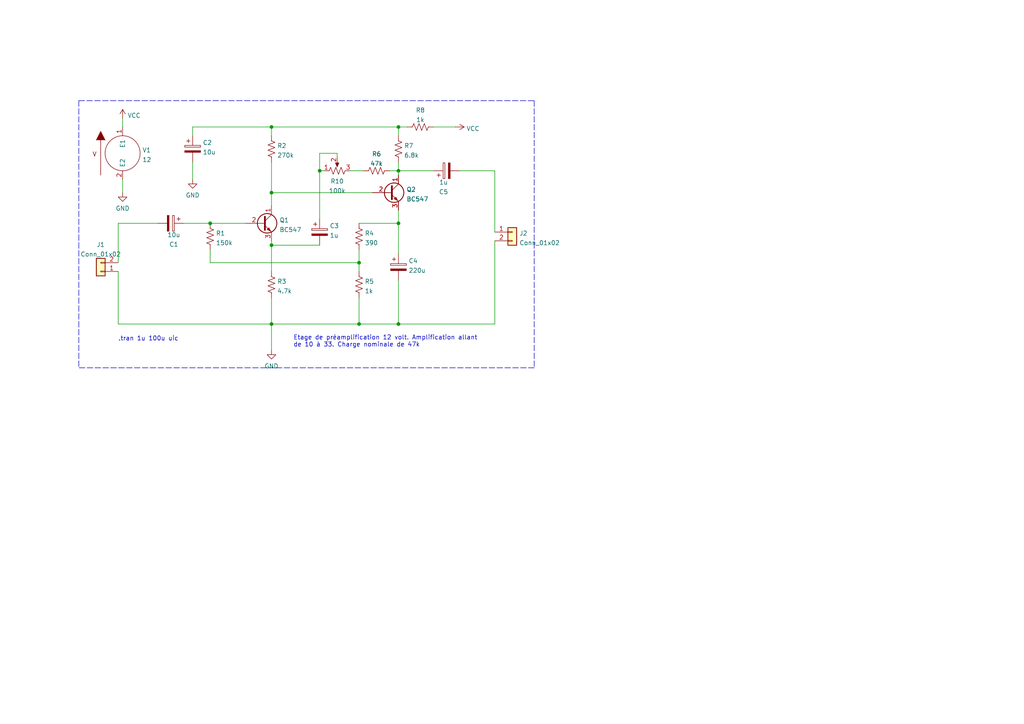
<source format=kicad_sch>
(kicad_sch (version 20211123) (generator eeschema)
  (paper "A4")
  (lib_symbols
    (symbol "Connector_Generic:Conn_01x02" (pin_names (offset 1.016) hide)
      (property "Reference" "J" (at 0 2.54 0))
      (property "Value" "Conn_01x02" (at 0 -5.08 0))
      (symbol "Conn_01x02_1_1"
        (rectangle (start -1.27 -2.413) (end 0 -2.667) (stroke (width 0.1524)))
        (rectangle (start -1.27 0.127) (end 0 -0.127) (stroke (width 0.1524)))
        (rectangle (start -1.27 1.27) (end 1.27 -3.81) (stroke (width 0.254)) (fill (type background)))
        (pin passive line (at -5.08 0 0) (length 3.81) (name "Pin_1") (number "1"))
        (pin passive line (at -5.08 -2.54 0) (length 3.81) (name "Pin_2") (number "2"))
      )
    )
    (symbol "Device:C_Polarized" (pin_numbers hide) (pin_names (offset 0.254))
      (property "Reference" "C" (at 0.635 2.54 0))
      (property "Value" "C_Polarized" (at 0.635 -2.54 0))
      (symbol "C_Polarized_0_1"
        (rectangle (start -2.286 0.508) (end 2.286 1.016))
        (polyline (pts (xy -1.778 2.286) (xy -0.762 2.286)))
        (polyline (pts (xy -1.27 2.794) (xy -1.27 1.778)))
        (rectangle (start 2.286 -0.508) (end -2.286 -1.016) (fill (type outline)))
      )
      (symbol "C_Polarized_1_1"
        (pin passive line (at 0 3.81 270) (length 2.794) (name "~") (number "1"))
        (pin passive line (at 0 -3.81 90) (length 2.794) (name "~") (number "2"))
      )
    )
    (symbol "Device:R_Potentiometer_US" (pin_names (offset 1.016) hide)
      (property "Reference" "RV" (at -4.445 0 90))
      (property "Value" "R_Potentiometer_US" (at -2.54 0 90))
      (symbol "R_Potentiometer_US_0_1"
        (polyline (pts (xy 0 -2.286) (xy 0 -2.54)))
        (polyline (pts (xy 0 2.54) (xy 0 2.286)))
        (polyline (pts (xy 2.54 0) (xy 1.524 0)))
        (polyline (pts (xy 1.143 0) (xy 2.286 0.508) (xy 2.286 -0.508) (xy 1.143 0)) (fill (type outline)))
        (polyline (pts (xy 0 -0.762) (xy 1.016 -1.143) (xy 0 -1.524) (xy -1.016 -1.905) (xy 0 -2.286)))
        (polyline (pts (xy 0 0.762) (xy 1.016 0.381) (xy 0 0) (xy -1.016 -0.381) (xy 0 -0.762)))
        (polyline (pts (xy 0 2.286) (xy 1.016 1.905) (xy 0 1.524) (xy -1.016 1.143) (xy 0 0.762)))
      )
      (symbol "R_Potentiometer_US_1_1"
        (pin passive line (at 0 3.81 270) (length 1.27) (name "1") (number "1"))
        (pin passive line (at 3.81 0 180) (length 1.27) (name "2") (number "2"))
        (pin passive line (at 0 -3.81 90) (length 1.27) (name "3") (number "3"))
      )
    )
    (symbol "Device:R_US" (pin_numbers hide) (pin_names (offset 0))
      (property "Reference" "R" (at 2.54 0 90))
      (property "Value" "R_US" (at -2.54 0 90))
      (symbol "R_US_0_1"
        (polyline (pts (xy 0 -2.286) (xy 0 -2.54)))
        (polyline (pts (xy 0 2.286) (xy 0 2.54)))
        (polyline (pts (xy 0 -0.762) (xy 1.016 -1.143) (xy 0 -1.524) (xy -1.016 -1.905) (xy 0 -2.286)))
        (polyline (pts (xy 0 0.762) (xy 1.016 0.381) (xy 0 0) (xy -1.016 -0.381) (xy 0 -0.762)))
        (polyline (pts (xy 0 2.286) (xy 1.016 1.905) (xy 0 1.524) (xy -1.016 1.143) (xy 0 0.762)))
      )
      (symbol "R_US_1_1"
        (pin passive line (at 0 3.81 270) (length 1.27) (name "~") (number "1"))
        (pin passive line (at 0 -3.81 90) (length 1.27) (name "~") (number "2"))
      )
    )
    (symbol "Transistor_BJT:BC547" (pin_names (offset 0) hide)
      (property "Reference" "Q" (at 5.08 1.905 0))
      (property "Value" "BC547" (at 5.08 0 0))
      (symbol "BC547_0_1"
        (polyline (pts (xy 0 0) (xy 0.635 0)))
        (polyline (pts (xy 0.635 0.635) (xy 2.54 2.54)))
        (polyline (pts (xy 0.635 -0.635) (xy 2.54 -2.54) (xy 2.54 -2.54)))
        (polyline (pts (xy 0.635 1.905) (xy 0.635 -1.905) (xy 0.635 -1.905)) (stroke (width 0.508)))
        (polyline (pts (xy 1.27 -1.778) (xy 1.778 -1.27) (xy 2.286 -2.286) (xy 1.27 -1.778) (xy 1.27 -1.778)) (fill (type outline)))
        (circle (center 1.27 0) (radius 2.8194) (stroke (width 0.254)))
      )
      (symbol "BC547_1_1"
        (pin passive line (at 2.54 5.08 270) (length 2.54) (name "C") (number "1"))
        (pin input line (at -5.08 0 0) (length 5.08) (name "B") (number "2"))
        (pin passive line (at 2.54 -5.08 90) (length 2.54) (name "E") (number "3"))
      )
    )
    (symbol "power:GND" (power) (pin_names (offset 0))
      (property "Value" "GND" (at 0 -3.81 0))
      (symbol "GND_0_1"
        (polyline (pts (xy 0 0) (xy 0 -1.27) (xy 1.27 -1.27) (xy 0 -2.54) (xy -1.27 -1.27) (xy 0 -1.27)))
      )
      (symbol "GND_1_1"
        (pin power_in line (at 0 0 270) (length 0) hide (name "GND") (number "1"))
      )
    )
    (symbol "power:VCC" (power) (pin_names (offset 0))
      (property "Value" "VCC" (at 0 3.81 0))
      (symbol "VCC_0_1"
        (polyline (pts (xy -0.762 1.27) (xy 0 2.54)))
        (polyline (pts (xy 0 0) (xy 0 2.54)))
        (polyline (pts (xy 0 2.54) (xy 0.762 1.27)))
      )
      (symbol "VCC_1_1"
        (pin power_in line (at 0 0 90) (length 0) hide (name "VCC") (number "1"))
      )
    )
    (symbol "pspice:VSOURCE" (pin_names (offset 1.016))
      (property "Reference" "V" (at -6.35 7.62 0))
      (property "Value" "VSOURCE" (at 0 0 0))
      (symbol "VSOURCE_0_1"
        (polyline (pts (xy -6.35 -6.35) (xy -6.35 3.81)) (fill (type outline)))
        (polyline (pts (xy -7.62 3.81) (xy -6.35 6.35) (xy -5.08 3.81)) (fill (type outline)))
        (circle (center 0 0) (radius 5.08))
        (text "V" (at -8.128 -0.254 0) (effects (font (size 1.27 1.27))))
      )
      (symbol "VSOURCE_1_1"
        (pin input line (at 0 7.62 270) (length 2.54) (name "E1") (number "1"))
        (pin input line (at 0 -7.62 90) (length 2.54) (name "E2") (number "2"))
      )
    )
  )
  (junction (at 78.74 71.12))
  (junction (at 78.74 93.98))
  (junction (at 115.57 64.77))
  (junction (at 104.14 76.2))
  (junction (at 104.14 93.98))
  (junction (at 78.74 36.83))
  (junction (at 60.96 64.77))
  (junction (at 78.74 55.88))
  (junction (at 115.57 93.98))
  (junction (at 92.71 49.53))
  (junction (at 115.57 49.53))
  (junction (at 115.57 36.83))
  (wire (pts (xy 34.29 64.77) (xy 45.72 64.77)))
  (wire (pts (xy 55.88 36.83) (xy 55.88 39.37)))
  (wire (pts (xy 143.51 49.53) (xy 143.51 67.31)))
  (wire (pts (xy 101.6 49.53) (xy 105.41 49.53)))
  (wire (pts (xy 143.51 69.85) (xy 143.51 93.98)))
  (wire (pts (xy 115.57 39.37) (xy 115.57 36.83)))
  (wire (pts (xy 113.03 49.53) (xy 115.57 49.53)))
  (wire (pts (xy 115.57 46.99) (xy 115.57 49.53)))
  (wire (pts (xy 143.51 93.98) (xy 115.57 93.98)))
  (wire (pts (xy 104.14 86.36) (xy 104.14 93.98)))
  (wire (pts (xy 78.74 36.83) (xy 78.74 39.37)))
  (wire (pts (xy 78.74 71.12) (xy 92.71 71.12)))
  (wire (pts (xy 115.57 49.53) (xy 125.73 49.53)))
  (wire (pts (xy 115.57 36.83) (xy 118.11 36.83)))
  (wire (pts (xy 78.74 55.88) (xy 107.95 55.88)))
  (wire (pts (xy 92.71 44.45) (xy 92.71 49.53)))
  (wire (pts (xy 78.74 36.83) (xy 55.88 36.83)))
  (wire (pts (xy 78.74 55.88) (xy 78.74 59.69)))
  (polyline (pts (xy 154.94 106.68) (xy 22.86 106.68)))
  (wire (pts (xy 78.74 46.99) (xy 78.74 55.88)))
  (wire (pts (xy 125.73 36.83) (xy 132.08 36.83)))
  (wire (pts (xy 78.74 93.98) (xy 104.14 93.98)))
  (wire (pts (xy 34.29 93.98) (xy 78.74 93.98)))
  (wire (pts (xy 53.34 64.77) (xy 60.96 64.77)))
  (wire (pts (xy 104.14 76.2) (xy 104.14 78.74)))
  (wire (pts (xy 115.57 49.53) (xy 115.57 50.8)))
  (wire (pts (xy 115.57 64.77) (xy 115.57 73.66)))
  (wire (pts (xy 104.14 72.39) (xy 104.14 76.2)))
  (polyline (pts (xy 154.94 29.21) (xy 154.94 106.68)))
  (wire (pts (xy 92.71 63.5) (xy 92.71 49.53)))
  (wire (pts (xy 104.14 64.77) (xy 115.57 64.77)))
  (polyline (pts (xy 22.86 29.21) (xy 154.94 29.21)))
  (wire (pts (xy 35.56 34.29) (xy 35.56 36.83)))
  (wire (pts (xy 78.74 93.98) (xy 78.74 101.6)))
  (wire (pts (xy 78.74 86.36) (xy 78.74 93.98)))
  (wire (pts (xy 78.74 71.12) (xy 78.74 78.74)))
  (wire (pts (xy 34.29 78.74) (xy 34.29 93.98)))
  (wire (pts (xy 60.96 64.77) (xy 71.12 64.77)))
  (wire (pts (xy 55.88 46.99) (xy 55.88 52.07)))
  (wire (pts (xy 104.14 93.98) (xy 115.57 93.98)))
  (wire (pts (xy 60.96 76.2) (xy 104.14 76.2)))
  (wire (pts (xy 78.74 69.85) (xy 78.74 71.12)))
  (wire (pts (xy 97.79 44.45) (xy 97.79 45.72)))
  (wire (pts (xy 133.35 49.53) (xy 143.51 49.53)))
  (wire (pts (xy 92.71 49.53) (xy 93.98 49.53)))
  (wire (pts (xy 34.29 76.2) (xy 34.29 64.77)))
  (wire (pts (xy 60.96 72.39) (xy 60.96 76.2)))
  (wire (pts (xy 115.57 93.98) (xy 115.57 81.28)))
  (wire (pts (xy 35.56 52.07) (xy 35.56 55.88)))
  (wire (pts (xy 92.71 44.45) (xy 97.79 44.45)))
  (polyline (pts (xy 22.86 29.21) (xy 22.86 106.68)))
  (wire (pts (xy 115.57 64.77) (xy 115.57 60.96)))
  (wire (pts (xy 115.57 36.83) (xy 78.74 36.83)))
  (text "Etage de préamplification 12 volt. Amplification allant \nde 10 à 33. Charge nominale de 47k\n\n" (at 85.09 102.87 0) (effects (font (size 1.27 1.27)) (justify left bottom)))
  (text ".tran 1u 100u uic" (at 34.29 99.06 0) (effects (font (size 1.27 1.27)) (justify left bottom)))
  (symbol (lib_id "Device:C_Polarized") (at 115.57 77.47 0) (unit 1)
    (property "Reference" "C4" (at 118.491 75.6725 0) (effects (justify left)))
    (property "Value" "220u" (at 118.491 78.4476 0) (effects (justify left)))
    (property "Footprint" "Capacitor_THT:CP_Radial_D18.0mm_P7.50mm" (effects hide))
  )
  (symbol (lib_id "Device:R_Potentiometer_US") (at 97.79 49.53 90) (unit 1)
    (property "Reference" "R10" (at 97.79 52.5685 90))
    (property "Value" "100k" (at 97.79 55.3436 90))
    (property "Footprint" "Potentiometer_THT:Potentiometer_ACP_CA6-H2,5_Horizontal" (effects hide))
    (property "Spice_Primitive" "X" (effects hide))
    (property "Spice_Model" "rv" (effects hide))
    (property "Spice_Netlist_Enabled" "Y" (effects hide))
  )
  (symbol (lib_id "Connector_Generic:Conn_01x02") (at 29.21 78.74 180) (unit 1)
    (property "Reference" "J1" (at 29.21 70.9635 0))
    (property "Value" "Conn_01x02" (at 29.21 73.7386 0))
    (property "Footprint" "Connector_PinSocket_2.54mm:PinSocket_1x02_P2.54mm_Vertical" (effects hide))
    (property "Spice_Primitive" "I" (effects hide))
    (property "Spice_Model" "sin(0 6 20k 0 0)" (effects hide))
    (property "Spice_Netlist_Enabled" "Y" (effects hide))
  )
  (symbol (lib_id "Device:R_US") (at 78.74 43.18 0) (unit 1)
    (property "Reference" "R2" (at 80.391 42.2715 0) (effects (justify left)))
    (property "Value" "270k" (at 80.391 45.0466 0) (effects (justify left)))
    (property "Footprint" "Resistor_THT:R_Axial_DIN0207_L6.3mm_D2.5mm_P10.16mm_Horizontal" (effects hide))
  )
  (symbol (lib_id "power:GND") (at 35.56 55.88 0) (unit 1)
    (property "Reference" "#PWR05" (effects hide))
    (property "Value" "GND" (at 35.56 60.4425 0))
  )
  (symbol (lib_id "Device:R_US") (at 109.22 49.53 90) (unit 1)
    (property "Reference" "R6" (at 109.22 44.6745 90))
    (property "Value" "47k" (at 109.22 47.4496 90))
    (property "Footprint" "Resistor_THT:R_Axial_DIN0207_L6.3mm_D2.5mm_P10.16mm_Horizontal" (effects hide))
  )
  (symbol (lib_id "Device:R_US") (at 104.14 82.55 0) (unit 1)
    (property "Reference" "R5" (at 105.791 81.6415 0) (effects (justify left)))
    (property "Value" "1k" (at 105.791 84.4166 0) (effects (justify left)))
    (property "Footprint" "Resistor_THT:R_Axial_DIN0207_L6.3mm_D2.5mm_P10.16mm_Horizontal" (effects hide))
  )
  (symbol (lib_id "Transistor_BJT:BC547") (at 113.03 55.88 0) (unit 1)
    (property "Reference" "Q2" (at 117.8814 54.9715 0) (effects (justify left)))
    (property "Value" "BC547" (at 117.8814 57.7466 0) (effects (justify left)))
    (property "Footprint" "Package_TO_SOT_THT:TO-92_Inline" (effects hide))
    (property "Datasheet" "https://www.onsemi.com/pub/Collateral/BC550-D.pdf" (effects hide))
    (property "Spice_Primitive" "Q" (effects hide))
    (property "Spice_Model" "BC547" (effects hide))
    (property "Spice_Netlist_Enabled" "Y" (effects hide))
    (property "Spice_Lib_File" "E:\\models_ugr\\modelos_subckt\\spice_complete\\BJTN.LIB" (effects hide))
  )
  (symbol (lib_id "power:VCC") (at 35.56 34.29 0) (unit 1)
    (property "Reference" "#PWR04" (effects hide))
    (property "Value" "VCC" (at 36.957 33.499 0) (effects (justify left)))
  )
  (symbol (lib_id "Device:R_US") (at 115.57 43.18 0) (unit 1)
    (property "Reference" "R7" (at 117.221 42.2715 0) (effects (justify left)))
    (property "Value" "6.8k" (at 117.221 45.0466 0) (effects (justify left)))
    (property "Footprint" "Resistor_THT:R_Axial_DIN0207_L6.3mm_D2.5mm_P10.16mm_Horizontal" (effects hide))
  )
  (symbol (lib_id "power:GND") (at 78.74 101.6 0) (unit 1)
    (property "Reference" "#PWR02" (effects hide))
    (property "Value" "GND" (at 78.74 106.1625 0))
  )
  (symbol (lib_id "Device:C_Polarized") (at 49.53 64.77 270) (unit 1)
    (property "Reference" "C1" (at 50.419 70.8955 90))
    (property "Value" "10u" (at 50.419 68.1204 90))
    (property "Footprint" "Capacitor_THT:CP_Radial_D10.0mm_P5.00mm" (effects hide))
  )
  (symbol (lib_id "pspice:VSOURCE") (at 35.56 44.45 0) (unit 1)
    (property "Reference" "V1" (at 41.275 43.5415 0) (effects (justify left)))
    (property "Value" "VSOURCE" (at 41.275 46.3166 0) (effects (justify left)))
    (property "Footprint" "Connector_PinSocket_2.54mm:PinSocket_1x02_P2.54mm_Vertical" (effects hide))
    (property "Spice_Primitive" "V" (effects hide))
    (property "Spice_Model" "dc 12 " (effects hide))
    (property "Spice_Netlist_Enabled" "Y" (effects hide))
  )
  (symbol (lib_id "Device:R_US") (at 60.96 68.58 0) (unit 1)
    (property "Reference" "R1" (at 62.611 67.6715 0) (effects (justify left)))
    (property "Value" "150k" (at 62.611 70.4466 0) (effects (justify left)))
    (property "Footprint" "Resistor_THT:R_Axial_DIN0207_L6.3mm_D2.5mm_P10.16mm_Horizontal" (effects hide))
  )
  (symbol (lib_id "power:GND") (at 55.88 52.07 0) (unit 1)
    (property "Reference" "#PWR01" (effects hide))
    (property "Value" "GND" (at 55.88 56.6325 0))
  )
  (symbol (lib_id "Device:R_US") (at 121.92 36.83 270) (unit 1)
    (property "Reference" "R8" (at 121.92 31.9745 90))
    (property "Value" "1k" (at 121.92 34.7496 90))
    (property "Footprint" "Resistor_THT:R_Axial_DIN0207_L6.3mm_D2.5mm_P10.16mm_Horizontal" (effects hide))
  )
  (symbol (lib_id "Device:C_Polarized") (at 129.54 49.53 90) (unit 1)
    (property "Reference" "C5" (at 128.651 55.6555 90))
    (property "Value" "1u" (at 128.651 52.8804 90))
    (property "Footprint" "Capacitor_THT:CP_Radial_D10.0mm_P5.00mm" (effects hide))
  )
  (symbol (lib_id "Connector_Generic:Conn_01x02") (at 148.59 67.31 0) (unit 1)
    (property "Reference" "J2" (at 150.622 67.6715 0) (effects (justify left)))
    (property "Value" "Conn_01x02" (at 150.622 70.4466 0) (effects (justify left)))
    (property "Footprint" "Connector_PinSocket_2.54mm:PinSocket_1x02_P2.54mm_Vertical" (effects hide))
    (property "Spice_Primitive" "R" (effects hide))
    (property "Spice_Model" "47k" (effects hide))
    (property "Spice_Netlist_Enabled" "Y" (effects hide))
  )
  (symbol (lib_id "Device:C_Polarized") (at 92.71 67.31 0) (unit 1)
    (property "Reference" "C3" (at 95.631 65.5125 0) (effects (justify left)))
    (property "Value" "1u" (at 95.631 68.2876 0) (effects (justify left)))
    (property "Footprint" "Capacitor_THT:CP_Radial_D10.0mm_P5.00mm" (effects hide))
  )
  (symbol (lib_id "Device:R_US") (at 78.74 82.55 0) (unit 1)
    (property "Reference" "R3" (at 80.391 81.6415 0) (effects (justify left)))
    (property "Value" "4.7k" (at 80.391 84.4166 0) (effects (justify left)))
    (property "Footprint" "Resistor_THT:R_Axial_DIN0207_L6.3mm_D2.5mm_P10.16mm_Horizontal" (effects hide))
  )
  (symbol (lib_id "Transistor_BJT:BC547") (at 76.2 64.77 0) (unit 1)
    (property "Reference" "Q1" (at 81.0514 63.8615 0) (effects (justify left)))
    (property "Value" "BC547" (at 81.0514 66.6366 0) (effects (justify left)))
    (property "Footprint" "Package_TO_SOT_THT:TO-92_Inline" (effects hide))
    (property "Datasheet" "https://www.onsemi.com/pub/Collateral/BC550-D.pdf" (effects hide))
    (property "Spice_Primitive" "Q" (effects hide))
    (property "Spice_Model" "BC547" (effects hide))
    (property "Spice_Netlist_Enabled" "Y" (effects hide))
    (property "Spice_Lib_File" "E:\\models_ugr\\modelos_subckt\\spice_complete\\BJTN.LIB" (effects hide))
  )
  (symbol (lib_id "power:VCC") (at 132.08 36.83 270) (unit 1)
    (property "Reference" "#PWR03" (effects hide))
    (property "Value" "VCC" (at 135.255 37.309 90) (effects (justify left)))
  )
  (symbol (lib_id "Device:R_US") (at 104.14 68.58 0) (unit 1)
    (property "Reference" "R4" (at 105.791 67.6715 0) (effects (justify left)))
    (property "Value" "390" (at 105.791 70.4466 0) (effects (justify left)))
    (property "Footprint" "Resistor_THT:R_Axial_DIN0207_L6.3mm_D2.5mm_P10.16mm_Horizontal" (effects hide))
  )
  (symbol (lib_id "Device:C_Polarized") (at 55.88 43.18 0) (unit 1)
    (property "Reference" "C2" (at 58.801 41.3825 0) (effects (justify left)))
    (property "Value" "10u" (at 58.801 44.1576 0) (effects (justify left)))
    (property "Footprint" "Capacitor_THT:CP_Radial_D10.0mm_P5.00mm" (effects hide))
  )
)
</source>
